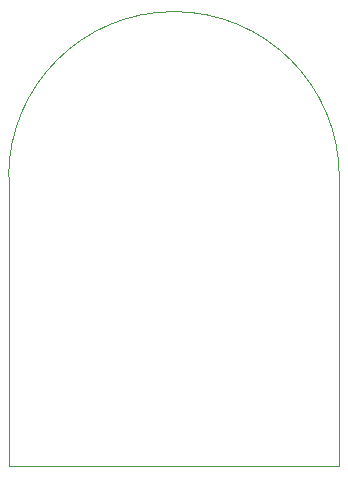
<source format=gm1>
G04 #@! TF.GenerationSoftware,KiCad,Pcbnew,7.0.7-7.0.7~ubuntu22.04.1*
G04 #@! TF.CreationDate,2023-12-10T22:01:07+01:00*
G04 #@! TF.ProjectId,CD40106_VCO,43443430-3130-4365-9f56-434f2e6b6963,rev?*
G04 #@! TF.SameCoordinates,Original*
G04 #@! TF.FileFunction,Profile,NP*
%FSLAX46Y46*%
G04 Gerber Fmt 4.6, Leading zero omitted, Abs format (unit mm)*
G04 Created by KiCad (PCBNEW 7.0.7-7.0.7~ubuntu22.04.1) date 2023-12-10 22:01:07*
%MOMM*%
%LPD*%
G01*
G04 APERTURE LIST*
G04 #@! TA.AperFunction,Profile*
%ADD10C,0.050000*%
G04 #@! TD*
G04 APERTURE END LIST*
D10*
X131500000Y-112600000D02*
X103500000Y-112600000D01*
X131500000Y-88100000D02*
G75*
G03*
X103500000Y-88100000I-14000000J0D01*
G01*
X103500000Y-112600000D02*
X103500000Y-88100000D01*
X131500000Y-112600000D02*
X131500000Y-88100000D01*
M02*

</source>
